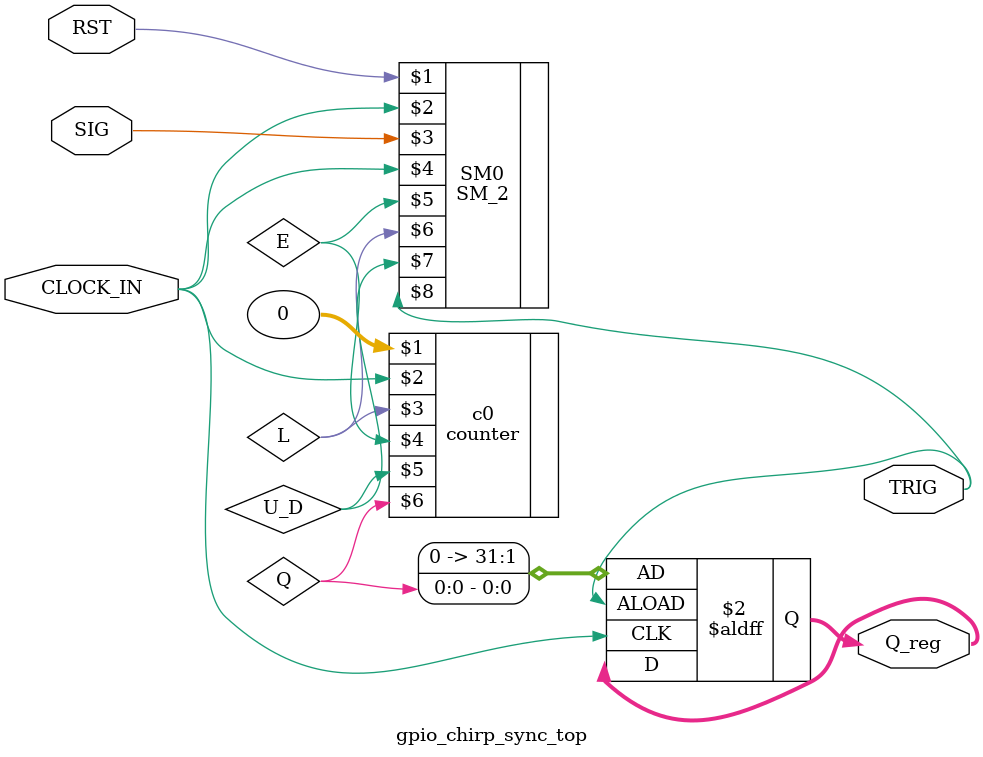
<source format=v>



//module gpio_chirp_sync(CLOCK_IN,SW,GPIO_0,LEDR, LEDG, HEX0, HEX1, HEX2,HEX3,HEX4,HEX5, HEX6, HEX7);
module gpio_chirp_sync_top(CLOCK_IN,SIG,RST,Q_reg,TRIG);

	input CLOCK_IN;
	input SIG;
	input RST;
	
	output reg [31:0] Q_reg;
	output TRIG;
	

	
	//wire CLK_1;
	//timern t0(CLOCK_IN,CLK_1);
	
	wire E,L,U_D,Q;
	//module SM_2(RSET,CLK,SIG,CLK_1,E,L,U_D,TRIG);
	SM_2 SM0(RST,CLOCK_IN,SIG,CLOCK_IN,E,L,U_D,TRIG);
	
	
	//counter(R,Clock,L,E,U_D,Q);
	counter #(32) c0(32'd0, CLOCK_IN, L, E, U_D, Q);
	
	always @ (posedge CLOCK_IN or posedge TRIG)
	if (TRIG) begin
		Q_reg <= Q;
	end else begin
		Q_reg <= Q_reg;
	end
	
		
endmodule 
</source>
